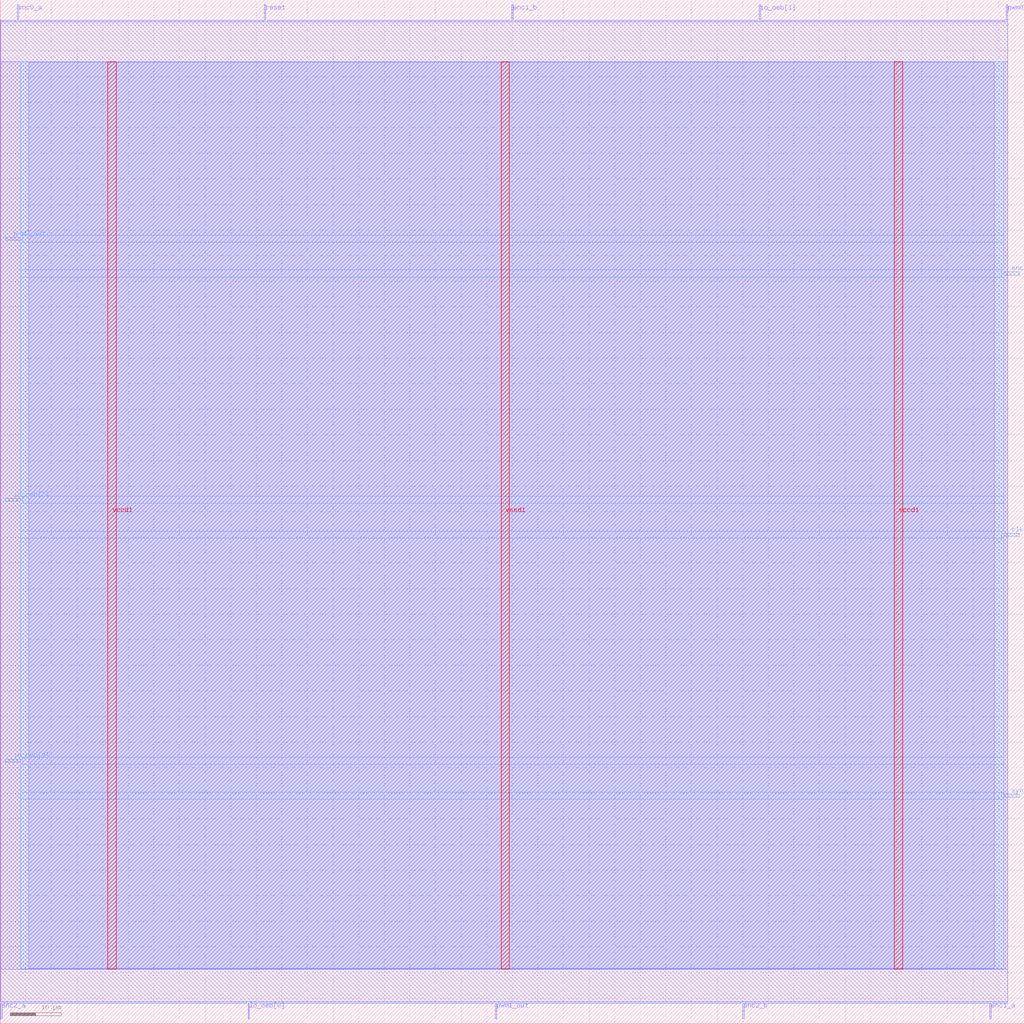
<source format=lef>
VERSION 5.7 ;
  NOWIREEXTENSIONATPIN ON ;
  DIVIDERCHAR "/" ;
  BUSBITCHARS "[]" ;
MACRO rgb_mixer
  CLASS BLOCK ;
  FOREIGN rgb_mixer ;
  ORIGIN 0.000 0.000 ;
  SIZE 200.000 BY 200.000 ;
  PIN clk
    DIRECTION INPUT ;
    USE SIGNAL ;
    PORT
      LAYER met3 ;
        RECT 196.000 95.240 199.000 95.840 ;
    END
  END clk
  PIN enc0_a
    DIRECTION INPUT ;
    USE SIGNAL ;
    PORT
      LAYER met2 ;
        RECT 3.310 196.000 3.590 199.000 ;
    END
  END enc0_a
  PIN enc0_b
    DIRECTION INPUT ;
    USE SIGNAL ;
    PORT
      LAYER met3 ;
        RECT 196.000 146.240 199.000 146.840 ;
    END
  END enc0_b
  PIN enc1_a
    DIRECTION INPUT ;
    USE SIGNAL ;
    PORT
      LAYER met2 ;
        RECT 193.290 1.000 193.570 4.000 ;
    END
  END enc1_a
  PIN enc1_b
    DIRECTION INPUT ;
    USE SIGNAL ;
    PORT
      LAYER met2 ;
        RECT 99.910 196.000 100.190 199.000 ;
    END
  END enc1_b
  PIN enc2_a
    DIRECTION INPUT ;
    USE SIGNAL ;
    PORT
      LAYER met2 ;
        RECT 0.090 1.000 0.370 4.000 ;
    END
  END enc2_a
  PIN enc2_b
    DIRECTION INPUT ;
    USE SIGNAL ;
    PORT
      LAYER met2 ;
        RECT 144.990 1.000 145.270 4.000 ;
    END
  END enc2_b
  PIN io_oeb[0]
    DIRECTION OUTPUT TRISTATE ;
    USE SIGNAL ;
    PORT
      LAYER met2 ;
        RECT 48.390 1.000 48.670 4.000 ;
    END
  END io_oeb[0]
  PIN io_oeb[1]
    DIRECTION OUTPUT TRISTATE ;
    USE SIGNAL ;
    PORT
      LAYER met2 ;
        RECT 148.210 196.000 148.490 199.000 ;
    END
  END io_oeb[1]
  PIN io_oeb[2]
    DIRECTION OUTPUT TRISTATE ;
    USE SIGNAL ;
    PORT
      LAYER met3 ;
        RECT 1.000 51.040 4.000 51.640 ;
    END
  END io_oeb[2]
  PIN io_oeb[3]
    DIRECTION OUTPUT TRISTATE ;
    USE SIGNAL ;
    PORT
      LAYER met3 ;
        RECT 1.000 102.040 4.000 102.640 ;
    END
  END io_oeb[3]
  PIN pwm0_out
    DIRECTION OUTPUT TRISTATE ;
    USE SIGNAL ;
    PORT
      LAYER met2 ;
        RECT 196.510 196.000 196.790 199.000 ;
    END
  END pwm0_out
  PIN pwm1_out
    DIRECTION OUTPUT TRISTATE ;
    USE SIGNAL ;
    PORT
      LAYER met2 ;
        RECT 96.690 1.000 96.970 4.000 ;
    END
  END pwm1_out
  PIN pwm2_out
    DIRECTION OUTPUT TRISTATE ;
    USE SIGNAL ;
    PORT
      LAYER met3 ;
        RECT 1.000 153.040 4.000 153.640 ;
    END
  END pwm2_out
  PIN reset
    DIRECTION INPUT ;
    USE SIGNAL ;
    PORT
      LAYER met2 ;
        RECT 51.610 196.000 51.890 199.000 ;
    END
  END reset
  PIN sync
    DIRECTION OUTPUT TRISTATE ;
    USE SIGNAL ;
    PORT
      LAYER met3 ;
        RECT 196.000 44.240 199.000 44.840 ;
    END
  END sync
  PIN vccd1
    DIRECTION INOUT ;
    USE POWER ;
    PORT
      LAYER met4 ;
        RECT 21.040 10.640 22.640 187.920 ;
    END
    PORT
      LAYER met4 ;
        RECT 174.640 10.640 176.240 187.920 ;
    END
  END vccd1
  PIN vssd1
    DIRECTION INOUT ;
    USE GROUND ;
    PORT
      LAYER met4 ;
        RECT 97.840 10.640 99.440 187.920 ;
    END
  END vssd1
  OBS
      LAYER li1 ;
        RECT 5.520 10.795 194.120 187.765 ;
      LAYER met1 ;
        RECT 0.070 10.640 196.810 187.920 ;
      LAYER met2 ;
        RECT 0.100 195.720 3.030 196.000 ;
        RECT 3.870 195.720 51.330 196.000 ;
        RECT 52.170 195.720 99.630 196.000 ;
        RECT 100.470 195.720 147.930 196.000 ;
        RECT 148.770 195.720 196.230 196.000 ;
        RECT 0.100 4.280 196.780 195.720 ;
        RECT 0.650 4.000 48.110 4.280 ;
        RECT 48.950 4.000 96.410 4.280 ;
        RECT 97.250 4.000 144.710 4.280 ;
        RECT 145.550 4.000 193.010 4.280 ;
        RECT 193.850 4.000 196.780 4.280 ;
      LAYER met3 ;
        RECT 4.000 154.040 196.000 187.845 ;
        RECT 4.400 152.640 196.000 154.040 ;
        RECT 4.000 147.240 196.000 152.640 ;
        RECT 4.000 145.840 195.600 147.240 ;
        RECT 4.000 103.040 196.000 145.840 ;
        RECT 4.400 101.640 196.000 103.040 ;
        RECT 4.000 96.240 196.000 101.640 ;
        RECT 4.000 94.840 195.600 96.240 ;
        RECT 4.000 52.040 196.000 94.840 ;
        RECT 4.400 50.640 196.000 52.040 ;
        RECT 4.000 45.240 196.000 50.640 ;
        RECT 4.000 43.840 195.600 45.240 ;
        RECT 4.000 10.715 196.000 43.840 ;
  END
END rgb_mixer
END LIBRARY


</source>
